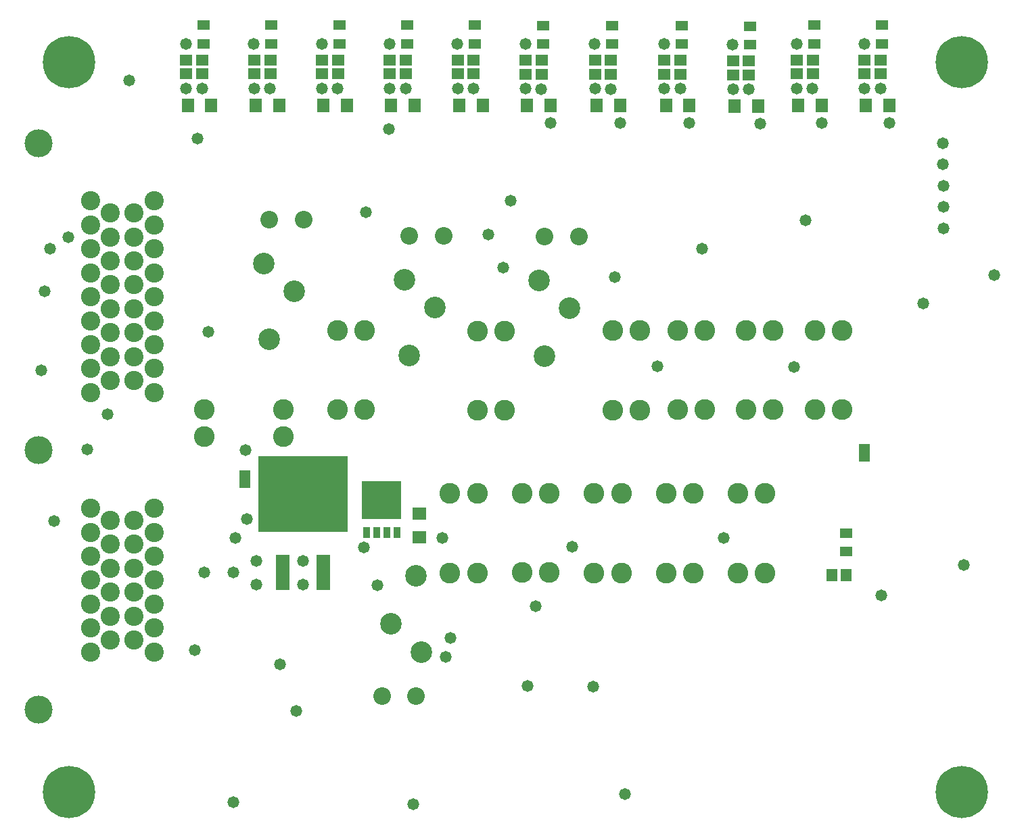
<source format=gbr>
%TF.GenerationSoftware,Altium Limited,Altium Designer,19.0.10 (269)*%
G04 Layer_Color=8388736*
%FSLAX26Y26*%
%MOIN*%
%TF.FileFunction,Soldermask,Top*%
%TF.Part,Single*%
G01*
G75*
%TA.AperFunction,SMDPad,CuDef*%
%ADD38R,0.053276X0.061150*%
%ADD39R,0.061150X0.065087*%
%TA.AperFunction,ComponentPad*%
%ADD41C,0.102488*%
%ADD42C,0.094614*%
%ADD43C,0.137921*%
%TA.AperFunction,ViaPad*%
%ADD44C,0.258000*%
%TA.AperFunction,ComponentPad*%
%ADD45C,0.106425*%
%ADD46C,0.086740*%
%TA.AperFunction,ViaPad*%
%ADD47C,0.058000*%
%ADD48C,0.038000*%
%TA.AperFunction,SMDPad,CuDef*%
%ADD50R,0.035559X0.053276*%
%ADD51R,0.193039X0.189102*%
%ADD52R,0.053276X0.088709*%
%ADD53R,0.070992X0.177000*%
%ADD54R,0.444000X0.374000*%
%ADD55R,0.065087X0.061150*%
%ADD56R,0.059181X0.051307*%
%ADD57R,0.061150X0.053276*%
D38*
X4062411Y1368000D02*
D03*
X4131308D02*
D03*
D39*
X1670943Y3686000D02*
D03*
X1554801D02*
D03*
X1336652D02*
D03*
X1220510D02*
D03*
X1002361D02*
D03*
X886220D02*
D03*
X2005233D02*
D03*
X1889092D02*
D03*
X3358686Y3685173D02*
D03*
X3242545D02*
D03*
X4345267Y3686000D02*
D03*
X4229126D02*
D03*
X4010977D02*
D03*
X3894835D02*
D03*
X3016054Y3684999D02*
D03*
X2899912D02*
D03*
X2339524Y3686000D02*
D03*
X2223382D02*
D03*
X2674054Y3684998D02*
D03*
X2557912D02*
D03*
X3696054Y3681826D02*
D03*
X3579912D02*
D03*
D41*
X1357276Y2052071D02*
D03*
X966724D02*
D03*
X1357276Y2185929D02*
D03*
X966724D02*
D03*
X1624843Y2186206D02*
D03*
Y2576757D02*
D03*
X1758701Y2186206D02*
D03*
Y2576757D02*
D03*
X2313490Y2181724D02*
D03*
Y2572276D02*
D03*
X2447348Y2181724D02*
D03*
Y2572276D02*
D03*
X2979165Y2183724D02*
D03*
Y2574276D02*
D03*
X3113023Y2183724D02*
D03*
Y2574276D02*
D03*
X3299361Y2184449D02*
D03*
Y2575000D02*
D03*
X3433220Y2184449D02*
D03*
Y2575000D02*
D03*
X3638246Y2184724D02*
D03*
Y2575276D02*
D03*
X3772104Y2184724D02*
D03*
Y2575276D02*
D03*
X3978379Y2184898D02*
D03*
Y2575450D02*
D03*
X4112237Y2184898D02*
D03*
Y2575450D02*
D03*
X3731237Y1771450D02*
D03*
Y1380898D02*
D03*
X3597378Y1771450D02*
D03*
Y1380898D02*
D03*
X3376886Y1771000D02*
D03*
Y1380449D02*
D03*
X3243028Y1771000D02*
D03*
Y1380449D02*
D03*
X3022570Y1771450D02*
D03*
Y1380898D02*
D03*
X2888712Y1771450D02*
D03*
Y1380898D02*
D03*
X2667701Y1771757D02*
D03*
Y1381206D02*
D03*
X2533843Y1771757D02*
D03*
Y1381206D02*
D03*
X2312929Y1771456D02*
D03*
Y1380905D02*
D03*
X2179071Y1771456D02*
D03*
Y1380905D02*
D03*
D42*
X720866Y2269685D02*
D03*
Y2387795D02*
D03*
Y2505905D02*
D03*
Y2624016D02*
D03*
Y2742126D02*
D03*
Y2860236D02*
D03*
Y2978347D02*
D03*
Y3096457D02*
D03*
Y3214567D02*
D03*
X622441Y2328740D02*
D03*
Y2446850D02*
D03*
Y2564961D02*
D03*
Y2683071D02*
D03*
Y2801181D02*
D03*
Y2919291D02*
D03*
Y3037402D02*
D03*
Y3155512D02*
D03*
X504331Y2328740D02*
D03*
Y2446850D02*
D03*
Y2564961D02*
D03*
Y2683071D02*
D03*
Y2801181D02*
D03*
Y2919291D02*
D03*
Y3037402D02*
D03*
Y3155512D02*
D03*
X405906Y2269685D02*
D03*
Y2387795D02*
D03*
Y2505905D02*
D03*
Y2624016D02*
D03*
Y2742126D02*
D03*
Y2860236D02*
D03*
Y2978347D02*
D03*
Y3096457D02*
D03*
Y3214567D02*
D03*
Y1698819D02*
D03*
Y1580709D02*
D03*
Y1462599D02*
D03*
Y1344488D02*
D03*
Y1226378D02*
D03*
Y1108268D02*
D03*
Y990158D02*
D03*
X504331Y1639764D02*
D03*
Y1521654D02*
D03*
Y1403543D02*
D03*
Y1285433D02*
D03*
Y1167323D02*
D03*
Y1049213D02*
D03*
X622441Y1639764D02*
D03*
Y1521654D02*
D03*
Y1403543D02*
D03*
Y1285433D02*
D03*
Y1167323D02*
D03*
Y1049213D02*
D03*
X720866Y1698819D02*
D03*
Y1580709D02*
D03*
Y1462599D02*
D03*
Y1344488D02*
D03*
Y1226378D02*
D03*
Y1108268D02*
D03*
Y990158D02*
D03*
D43*
X150000Y704724D02*
D03*
Y1984252D02*
D03*
Y3500000D02*
D03*
D44*
X4700000Y300000D02*
D03*
Y3900000D02*
D03*
X300000D02*
D03*
Y300000D02*
D03*
D45*
X2644656Y2449512D02*
D03*
X2619065Y2823528D02*
D03*
X2768671Y2685732D02*
D03*
X1979001Y2452449D02*
D03*
X1953410Y2826465D02*
D03*
X2103016Y2688670D02*
D03*
X1287000Y2531449D02*
D03*
X1261409Y2905465D02*
D03*
X1411016Y2767669D02*
D03*
X2011929Y1364551D02*
D03*
X2037520Y990535D02*
D03*
X1887913Y1128331D02*
D03*
D46*
X2813947Y3040063D02*
D03*
X2644656D02*
D03*
X2148292Y3043001D02*
D03*
X1979001D02*
D03*
X1456291Y3122000D02*
D03*
X1287000D02*
D03*
X1842638Y774000D02*
D03*
X2011929D02*
D03*
D47*
X4609000Y3395000D02*
D03*
X4609000Y3497586D02*
D03*
X1820000Y1318000D02*
D03*
X3706054Y3595826D02*
D03*
X2674054Y3598998D02*
D03*
X2293935Y3768482D02*
D03*
X2140000Y1551000D02*
D03*
X1122000D02*
D03*
X1224000Y1440000D02*
D03*
X1178000Y1647000D02*
D03*
X1754000Y1506000D02*
D03*
X1454000Y1322000D02*
D03*
X1224000D02*
D03*
X1454000Y1440000D02*
D03*
X1110000Y1381206D02*
D03*
X2156000Y966000D02*
D03*
X206000Y2978000D02*
D03*
X297000Y3037402D02*
D03*
X1876294Y3570439D02*
D03*
X1763000Y3160000D02*
D03*
X934000Y3524000D02*
D03*
X3528000Y1553000D02*
D03*
X2367000Y3048000D02*
D03*
X2476217Y3214567D02*
D03*
X164695Y2380000D02*
D03*
X180000Y2769010D02*
D03*
X4344456Y3600000D02*
D03*
X597000Y3810000D02*
D03*
X4860000Y2850000D02*
D03*
X227000Y1634278D02*
D03*
X490000Y2162952D02*
D03*
X390000Y1990000D02*
D03*
X3873000Y2396000D02*
D03*
X3202201Y2400000D02*
D03*
X2780726Y1510000D02*
D03*
X4710000Y1420000D02*
D03*
X4510000Y2710000D02*
D03*
X3930000Y3120000D02*
D03*
X3420000Y2980000D02*
D03*
X2990000Y2840465D02*
D03*
X2440000Y2884821D02*
D03*
X1170000Y1984252D02*
D03*
X986000Y2570000D02*
D03*
X969000Y1381206D02*
D03*
X920000Y1000000D02*
D03*
X1340000Y930000D02*
D03*
X2180000Y1060000D02*
D03*
X1420000Y700000D02*
D03*
X2601000Y1215000D02*
D03*
X2560000Y822000D02*
D03*
X2883776Y820000D02*
D03*
X4304000Y1270000D02*
D03*
X3040000Y290000D02*
D03*
X1995969Y240000D02*
D03*
X1110000Y250000D02*
D03*
X3965388Y3768482D02*
D03*
X1959644D02*
D03*
X1625353D02*
D03*
X1881888Y3770726D02*
D03*
X4610000Y3080000D02*
D03*
Y3185000D02*
D03*
Y3290000D02*
D03*
X4010977Y3600000D02*
D03*
X3358686Y3599173D02*
D03*
X2628465Y3767480D02*
D03*
X3016054Y3598999D02*
D03*
X1291063Y3768482D02*
D03*
X1212323Y3989740D02*
D03*
X1213307Y3770726D02*
D03*
X1546613Y3989740D02*
D03*
X1547597Y3770726D02*
D03*
X3313097Y3767655D02*
D03*
X3234357Y3988913D02*
D03*
X3235341Y3769899D02*
D03*
X3886647Y3989740D02*
D03*
X3887632Y3770726D02*
D03*
X4299678Y3768482D02*
D03*
X4220938Y3989740D02*
D03*
X4221922Y3770726D02*
D03*
X1880904Y3989740D02*
D03*
X2215194D02*
D03*
X2216179Y3770726D02*
D03*
X2970465Y3767481D02*
D03*
X2891724Y3988739D02*
D03*
X2892709Y3769725D02*
D03*
X3650465Y3764308D02*
D03*
X3571724Y3985566D02*
D03*
X3572709Y3766552D02*
D03*
X2549724Y3988739D02*
D03*
X2550709Y3769724D02*
D03*
X956772Y3768482D02*
D03*
X878032Y3989740D02*
D03*
X879016Y3770726D02*
D03*
D48*
X1919000Y1669000D02*
D03*
X1842000Y1709250D02*
D03*
X1919000Y1749500D02*
D03*
Y1789750D02*
D03*
Y1709250D02*
D03*
X1880000D02*
D03*
X1766000D02*
D03*
Y1789750D02*
D03*
Y1749500D02*
D03*
X1842000D02*
D03*
X1880000D02*
D03*
X1804000D02*
D03*
Y1789750D02*
D03*
X1880000D02*
D03*
X1842000D02*
D03*
X1804000Y1709250D02*
D03*
X1880000Y1669000D02*
D03*
X1842000D02*
D03*
X1804000D02*
D03*
X1766000D02*
D03*
D50*
X1767000Y1580709D02*
D03*
X1817000D02*
D03*
X1867000D02*
D03*
X1917000D02*
D03*
D51*
X1842000Y1738189D02*
D03*
D52*
X1166390Y1843077D02*
D03*
X4221922Y1971000D02*
D03*
D53*
X1353000Y1384000D02*
D03*
X1553000D02*
D03*
D54*
X1453000Y1769500D02*
D03*
D55*
X2029000Y1672071D02*
D03*
Y1555929D02*
D03*
D56*
X1967162Y3990724D02*
D03*
Y4081276D02*
D03*
X2301453Y3990724D02*
D03*
Y4081276D02*
D03*
X2977983Y3989724D02*
D03*
Y4080275D02*
D03*
X3657983Y3986550D02*
D03*
Y4077102D02*
D03*
X2635983Y3989723D02*
D03*
Y4080274D02*
D03*
X3320615Y3989898D02*
D03*
Y4080449D02*
D03*
X3972906Y3990724D02*
D03*
Y4081276D02*
D03*
X4307197Y3990724D02*
D03*
Y4081276D02*
D03*
X1632872Y3990724D02*
D03*
Y4081276D02*
D03*
X1298581Y3990724D02*
D03*
Y4081276D02*
D03*
X964291Y3990724D02*
D03*
Y4081276D02*
D03*
X4131308Y1576071D02*
D03*
Y1485520D02*
D03*
D57*
X879016Y3841276D02*
D03*
Y3910173D02*
D03*
X1213307Y3841276D02*
D03*
Y3910173D02*
D03*
X1547597Y3841276D02*
D03*
Y3910173D02*
D03*
X1881888Y3841276D02*
D03*
Y3910173D02*
D03*
X2216179Y3841276D02*
D03*
Y3910173D02*
D03*
X3887632Y3841276D02*
D03*
Y3910173D02*
D03*
X4221922Y3841276D02*
D03*
Y3910173D02*
D03*
X3235341Y3840449D02*
D03*
Y3909346D02*
D03*
X2550709Y3840274D02*
D03*
Y3909172D02*
D03*
X3572709Y3837102D02*
D03*
Y3905999D02*
D03*
X2892709Y3840275D02*
D03*
Y3909172D02*
D03*
X3314633Y3909347D02*
D03*
Y3840450D02*
D03*
X3966923Y3910174D02*
D03*
Y3841276D02*
D03*
X4301214Y3910174D02*
D03*
Y3841276D02*
D03*
X1961179Y3910174D02*
D03*
Y3841276D02*
D03*
X2295470Y3910174D02*
D03*
Y3841276D02*
D03*
X2972000Y3909173D02*
D03*
Y3840276D02*
D03*
X3652000Y3906000D02*
D03*
Y3837102D02*
D03*
X2630000Y3909172D02*
D03*
Y3840275D02*
D03*
X1626889Y3910174D02*
D03*
Y3841276D02*
D03*
X958308Y3910174D02*
D03*
Y3841276D02*
D03*
X1292598Y3910174D02*
D03*
Y3841276D02*
D03*
%TF.MD5,b0cc96b4a704e9421bc55dad8c42638f*%
M02*

</source>
